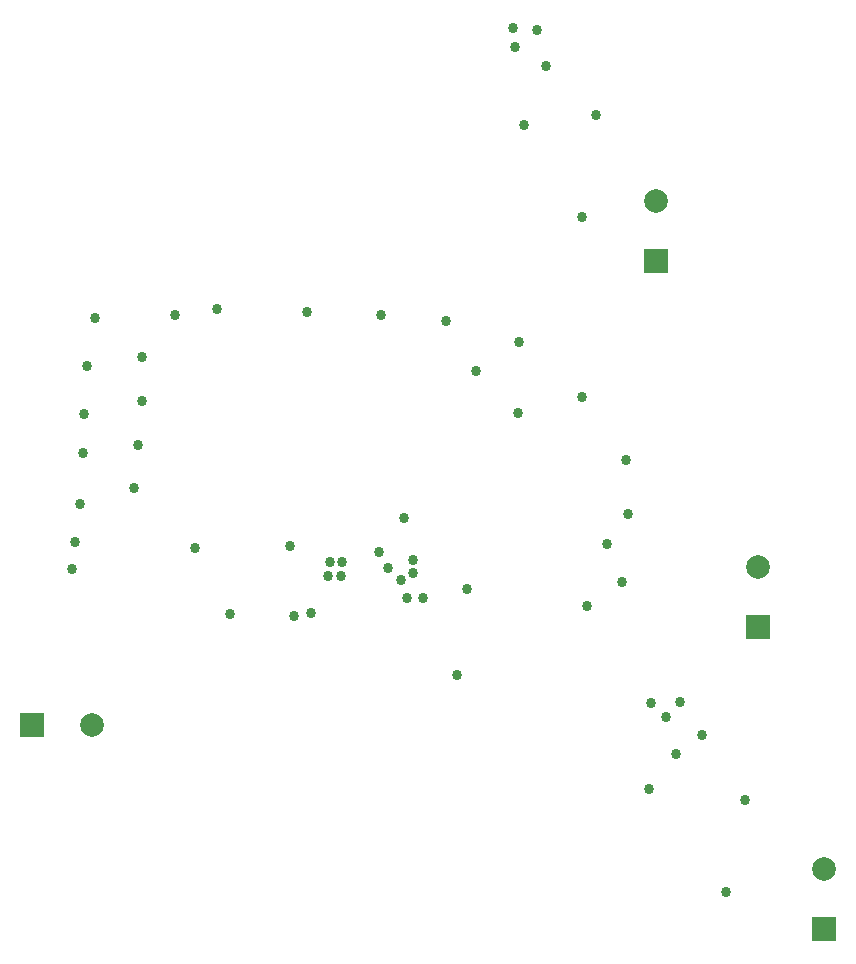
<source format=gbs>
%FSTAX23Y23*%
%MOIN*%
%SFA1B1*%

%IPPOS*%
%ADD64R,0.078900X0.078900*%
%ADD65C,0.078900*%
%ADD66R,0.078900X0.078900*%
%ADD67C,0.034000*%
G54D64*
X04797Y02584D03*
X05019Y01576D03*
X04459Y03804D03*
G54D65*
X04797Y02784D03*
X04459Y04004D03*
X02579Y02258D03*
X05019Y01776D03*
G54D66*
X02379Y02258D03*
G54D67*
X03371Y028D03*
X03412Y02801D03*
X03409Y02753D03*
X03364Y02755D03*
X03238Y02852D03*
X02718Y03048D03*
X0292Y02846D03*
X0449Y02285D03*
X04526Y0216D03*
X04539Y02332D03*
X04442Y02329D03*
X02511Y02777D03*
X02523Y02866D03*
X02539Y02994D03*
X0273Y03191D03*
X02549Y03163D03*
X02744Y03338D03*
X0255Y03293D03*
X02746Y03485D03*
X02562Y03452D03*
X02587Y03615D03*
X02855Y03625D03*
X02995Y03644D03*
X03296Y03635D03*
X03542Y03623D03*
X03757Y03605D03*
X04002Y03532D03*
X03857Y03437D03*
X04211Y03349D03*
X04227Y02655D03*
X04295Y02861D03*
X04346Y02735D03*
X03989Y04516D03*
X04063Y04572D03*
X03982Y0458D03*
X04018Y04257D03*
X03795Y02425D03*
X03607Y02739D03*
X04359Y03139D03*
X03999Y03296D03*
X04366Y02961D03*
X03827Y0271D03*
X03618Y02947D03*
X03629Y02681D03*
X03683D03*
X03648Y02765D03*
Y02806D03*
X03565Y02779D03*
X03534Y02833D03*
X03039Y02626D03*
X03307Y0263D03*
X03253Y02621D03*
X04092Y04455D03*
X04212Y0395D03*
X04257Y04289D03*
X04436Y02042D03*
X0461Y02225D03*
X04755Y02007D03*
X0469Y01701D03*
M02*
</source>
